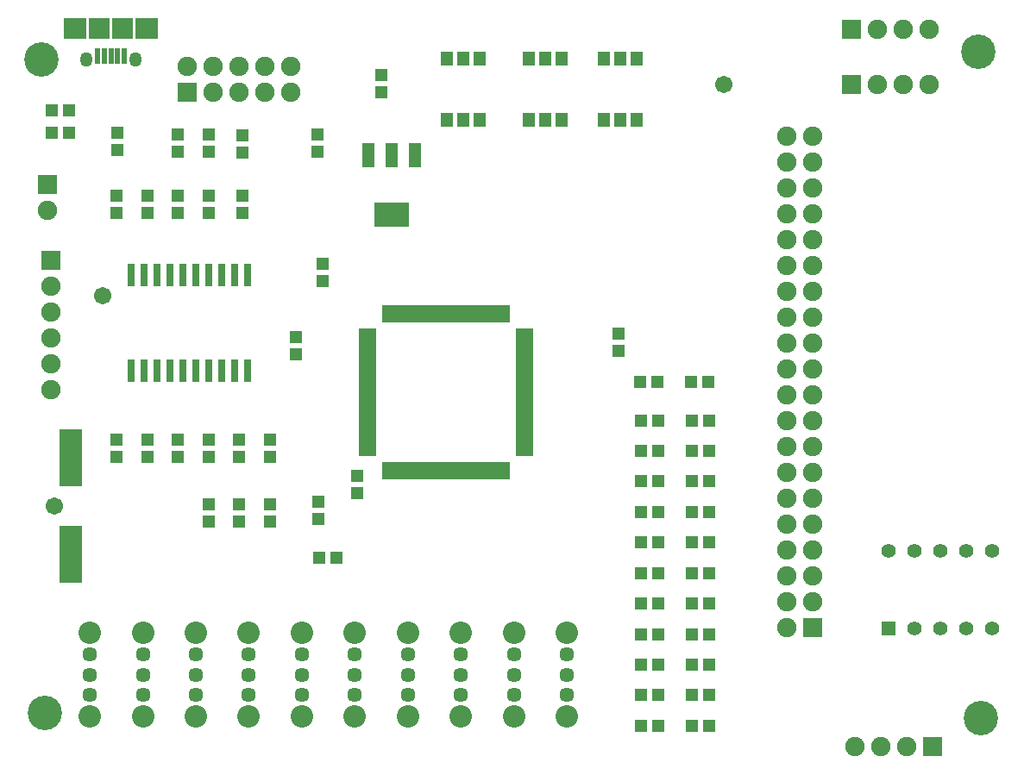
<source format=gbr>
G04 DipTrace 2.4.0.2*
%INTopMask.gbr*%
%MOIN*%
%ADD51C,0.133*%
%ADD60R,0.0867X0.2245*%
%ADD62R,0.0316X0.0867*%
%ADD68R,0.136X0.0926*%
%ADD70R,0.0454X0.0926*%
%ADD72R,0.0198X0.071*%
%ADD74R,0.071X0.0198*%
%ADD76C,0.0867*%
%ADD78C,0.0572*%
%ADD80C,0.0671*%
%ADD82R,0.0789X0.0828*%
%ADD84R,0.0237X0.0611*%
%ADD86R,0.0867X0.0828*%
%ADD88O,0.0493X0.0572*%
%ADD90C,0.0749*%
%ADD92R,0.0749X0.0749*%
%ADD98C,0.056*%
%ADD100R,0.056X0.056*%
%ADD102R,0.0474X0.0541*%
%ADD106R,0.0513X0.0474*%
%ADD108R,0.0474X0.0513*%
%FSLAX44Y44*%
G04*
G70*
G90*
G75*
G01*
%LNTopMask*%
%LPD*%
D108*
X-25003Y7608D3*
Y6938D3*
X-36654Y14646D3*
Y15315D3*
D106*
X-46255Y15377D3*
X-46924D3*
D108*
X-34173Y16929D3*
Y17598D3*
D106*
X-46255Y16252D3*
X-46924D3*
D108*
X-37464Y7460D3*
Y6791D3*
X-39552Y14599D3*
Y15269D3*
X-36625Y437D3*
Y1107D3*
D106*
X-36566Y-1063D3*
X-35897D3*
D108*
X-36441Y9626D3*
Y10295D3*
D106*
X-23465Y-7559D3*
X-24134D3*
X-23465Y-6378D3*
X-24134D3*
X-23465Y-5197D3*
X-24134D3*
X-23465Y-4016D3*
X-24134D3*
X-23465Y-2835D3*
X-24134D3*
X-23465Y-1654D3*
X-24134D3*
X-23465Y-472D3*
X-24134D3*
X-23465Y709D3*
X-24134D3*
X-23465Y1890D3*
X-24134D3*
X-23465Y3071D3*
X-24134D3*
X-23465Y4252D3*
X-24134D3*
X-23500Y5750D3*
X-24169D3*
D108*
X-44380Y15377D3*
Y14707D3*
D102*
X-31635Y18237D3*
X-31005D3*
X-30375D3*
X-31635Y15875D3*
X-31005D3*
X-30375D3*
X-28465Y18228D3*
X-27835D3*
X-27205D3*
X-28465Y15866D3*
X-27835D3*
X-27205D3*
X-25572Y18237D3*
X-24942D3*
X-24313D3*
X-25572Y15875D3*
X-24942D3*
X-24313D3*
D100*
X-14564Y-3813D3*
D98*
X-13564D3*
X-12564D3*
X-11564D3*
X-10564D3*
Y-813D3*
X-11564D3*
X-12564D3*
X-13564D3*
X-14564D3*
D51*
X-11125Y18500D3*
X-11000Y-7250D3*
X-47188Y-7077D3*
X-47304Y18189D3*
D92*
X-17502Y-3750D3*
D90*
X-18502D3*
X-17502Y-2750D3*
X-18502D3*
X-17502Y-1750D3*
X-18502D3*
X-17502Y-750D3*
X-18502D3*
X-17502Y250D3*
X-18502D3*
X-17502Y1250D3*
X-18502D3*
X-17502Y2250D3*
X-18502D3*
X-17502Y3250D3*
X-18502D3*
X-17502Y4250D3*
X-18502D3*
X-17502Y5250D3*
X-18502D3*
X-17502Y6250D3*
X-18502D3*
X-17502Y7250D3*
X-18502D3*
X-17502Y8250D3*
X-18502D3*
X-17502Y9250D3*
X-18502D3*
X-17502Y10250D3*
X-18502D3*
X-17502Y11250D3*
X-18502D3*
X-17502Y12250D3*
X-18502D3*
X-17502Y13250D3*
X-18502D3*
X-17502Y14250D3*
X-18502D3*
X-17502Y15250D3*
X-18502D3*
D92*
X-47067Y13376D3*
D90*
Y12376D3*
D92*
X-41693Y16929D3*
D90*
Y17929D3*
X-40693Y16929D3*
Y17929D3*
X-39693Y16929D3*
Y17929D3*
X-38693Y16929D3*
Y17929D3*
X-37693Y16929D3*
Y17929D3*
D92*
X-46942Y10439D3*
D90*
Y9439D3*
Y8439D3*
Y7439D3*
Y6439D3*
Y5439D3*
D88*
X-43671Y18215D3*
X-45580D3*
D86*
X-43238Y19396D3*
X-46013D3*
D84*
X-44114Y18341D3*
X-44369D3*
X-44625D3*
X-44881D3*
X-45137D3*
D82*
X-44171Y19394D3*
X-45077D3*
D92*
X-16000Y19375D3*
D90*
X-15000D3*
X-14000D3*
X-13000D3*
D92*
X-16000Y17250D3*
D90*
X-15000D3*
X-14000D3*
X-13000D3*
D92*
X-12875Y-8375D3*
D90*
X-13875D3*
X-14875D3*
X-15875D3*
D80*
X-46817Y938D3*
X-20940Y17252D3*
X-44942Y9063D3*
D106*
X-21496Y-5197D3*
X-22165D3*
X-21496Y-4016D3*
X-22165D3*
X-21496Y-2835D3*
X-22165D3*
X-21496Y-1654D3*
X-22165D3*
X-21496Y-472D3*
X-22165D3*
X-21496Y709D3*
X-22165D3*
X-21496Y1890D3*
X-22165D3*
X-21496Y3071D3*
X-22165D3*
X-21496Y4252D3*
X-22165D3*
X-21531Y5750D3*
X-22201D3*
X-21496Y-6378D3*
X-22165D3*
X-21496Y-7559D3*
X-22165D3*
D108*
X-39552Y12946D3*
Y12277D3*
X-40851Y12946D3*
Y12277D3*
X-43214Y12946D3*
Y12277D3*
X-44395Y12946D3*
Y12277D3*
X-38489Y3497D3*
Y2828D3*
X-39670Y3497D3*
Y2828D3*
X-40851Y3497D3*
Y2828D3*
X-42032Y3497D3*
Y2828D3*
X-43214Y3497D3*
Y2828D3*
X-44395Y3497D3*
Y2828D3*
X-42032Y12946D3*
Y12277D3*
X-40851Y15308D3*
Y14639D3*
X-42032Y15308D3*
Y14639D3*
X-38489Y347D3*
Y1017D3*
X-39670Y347D3*
Y1017D3*
X-40851Y347D3*
Y1017D3*
X-35125Y1437D3*
Y2107D3*
D78*
X-27012Y-4804D3*
Y-5592D3*
Y-6379D3*
D76*
Y-3978D3*
Y-7206D3*
D78*
X-29059Y-4804D3*
Y-5592D3*
Y-6379D3*
D76*
Y-3978D3*
Y-7206D3*
D78*
X-31106Y-4804D3*
Y-5592D3*
Y-6379D3*
D76*
Y-3978D3*
Y-7206D3*
D78*
X-33154Y-4804D3*
Y-5592D3*
Y-6379D3*
D76*
Y-3978D3*
Y-7206D3*
D78*
X-35201Y-4804D3*
Y-5592D3*
Y-6379D3*
D76*
Y-3978D3*
Y-7206D3*
D78*
X-37248Y-4804D3*
Y-5592D3*
Y-6379D3*
D76*
Y-3978D3*
Y-7206D3*
D78*
X-39295Y-4804D3*
Y-5592D3*
Y-6379D3*
D76*
Y-3978D3*
Y-7206D3*
D78*
X-41343Y-4804D3*
Y-5592D3*
Y-6379D3*
D76*
Y-3978D3*
Y-7206D3*
D78*
X-43390Y-4804D3*
Y-5592D3*
Y-6379D3*
D76*
Y-3978D3*
Y-7206D3*
D78*
X-45437Y-4804D3*
Y-5592D3*
Y-6379D3*
D76*
Y-3978D3*
Y-7206D3*
D74*
X-34709Y7707D3*
Y7510D3*
Y7313D3*
Y7116D3*
Y6919D3*
Y6722D3*
Y6525D3*
Y6329D3*
Y6132D3*
Y5935D3*
Y5738D3*
Y5541D3*
Y5344D3*
Y5148D3*
Y4951D3*
Y4754D3*
Y4557D3*
Y4360D3*
Y4163D3*
Y3966D3*
Y3770D3*
Y3573D3*
Y3376D3*
Y3179D3*
Y2982D3*
D72*
X-34040Y2313D3*
X-33843D3*
X-33646D3*
X-33449D3*
X-33253D3*
X-33056D3*
X-32859D3*
X-32662D3*
X-32465D3*
X-32268D3*
X-32071D3*
X-31875D3*
X-31678D3*
X-31481D3*
X-31284D3*
X-31087D3*
X-30890D3*
X-30694D3*
X-30497D3*
X-30300D3*
X-30103D3*
X-29906D3*
X-29709D3*
X-29512D3*
X-29316D3*
D74*
X-28646Y2982D3*
Y3179D3*
Y3376D3*
Y3573D3*
Y3770D3*
Y3966D3*
Y4163D3*
Y4360D3*
Y4557D3*
Y4754D3*
Y4951D3*
Y5148D3*
Y5344D3*
Y5541D3*
Y5738D3*
Y5935D3*
Y6132D3*
Y6329D3*
Y6525D3*
Y6722D3*
Y6919D3*
Y7116D3*
Y7313D3*
Y7510D3*
Y7707D3*
D72*
X-29316Y8376D3*
X-29512D3*
X-29709D3*
X-29906D3*
X-30103D3*
X-30300D3*
X-30497D3*
X-30694D3*
X-30890D3*
X-31087D3*
X-31284D3*
X-31481D3*
X-31678D3*
X-31875D3*
X-32071D3*
X-32268D3*
X-32465D3*
X-32662D3*
X-32859D3*
X-33056D3*
X-33253D3*
X-33449D3*
X-33646D3*
X-33843D3*
X-34040D3*
D70*
X-32878Y14502D3*
X-33784D3*
X-34689D3*
D68*
X-33784Y12218D3*
D62*
X-39331Y9882D3*
X-39831D3*
X-40331D3*
X-40831D3*
X-41331D3*
X-41831D3*
X-42331D3*
X-42831D3*
X-43331D3*
X-43831D3*
Y6181D3*
X-43331D3*
X-42831D3*
X-42331D3*
X-41831D3*
X-41331D3*
X-40831D3*
X-40331D3*
X-39831D3*
X-39331D3*
D60*
X-46192Y-938D3*
Y2803D3*
M02*

</source>
